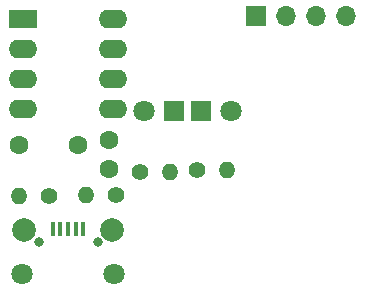
<source format=gbr>
%TF.GenerationSoftware,KiCad,Pcbnew,8.0.4*%
%TF.CreationDate,2024-09-21T16:19:46-07:00*%
%TF.ProjectId,solder_challenge_555,736f6c64-6572-45f6-9368-616c6c656e67,rev?*%
%TF.SameCoordinates,Original*%
%TF.FileFunction,Soldermask,Bot*%
%TF.FilePolarity,Negative*%
%FSLAX46Y46*%
G04 Gerber Fmt 4.6, Leading zero omitted, Abs format (unit mm)*
G04 Created by KiCad (PCBNEW 8.0.4) date 2024-09-21 16:19:46*
%MOMM*%
%LPD*%
G01*
G04 APERTURE LIST*
%ADD10C,1.400000*%
%ADD11O,1.400000X1.400000*%
%ADD12C,1.600000*%
%ADD13R,1.800000X1.800000*%
%ADD14C,1.800000*%
%ADD15R,1.700000X1.700000*%
%ADD16O,1.700000X1.700000*%
%ADD17C,0.800000*%
%ADD18R,0.450000X1.300000*%
%ADD19C,2.000000*%
%ADD20R,2.400000X1.600000*%
%ADD21O,2.400000X1.600000*%
G04 APERTURE END LIST*
D10*
%TO.C,R3*%
X131920000Y-52230000D03*
D11*
X134460000Y-52230000D03*
%TD*%
D12*
%TO.C,C1*%
X116890000Y-50100000D03*
X121890000Y-50100000D03*
%TD*%
D10*
%TO.C,R1*%
X125040000Y-54340000D03*
D11*
X122500000Y-54340000D03*
%TD*%
D12*
%TO.C,C2*%
X124450000Y-49700000D03*
X124450000Y-52200000D03*
%TD*%
D10*
%TO.C,R2*%
X119400000Y-54490000D03*
D11*
X116860000Y-54490000D03*
%TD*%
D13*
%TO.C,D4*%
X129960000Y-47260000D03*
D14*
X127420000Y-47260000D03*
%TD*%
D13*
%TO.C,D1*%
X132270000Y-47240000D03*
D14*
X134810000Y-47240000D03*
%TD*%
D10*
%TO.C,R13*%
X127090000Y-52380000D03*
D11*
X129630000Y-52380000D03*
%TD*%
D15*
%TO.C,J2*%
X136950000Y-39240000D03*
D16*
X139490000Y-39240000D03*
X142030000Y-39240000D03*
X144570000Y-39240000D03*
%TD*%
D17*
%TO.C,J1*%
X123520000Y-58340000D03*
X118520000Y-58340000D03*
D18*
X122320000Y-57240000D03*
X121670000Y-57240000D03*
X121020000Y-57240000D03*
X120370000Y-57240000D03*
X119720000Y-57240000D03*
D14*
X124895000Y-61090000D03*
D19*
X124745000Y-57290000D03*
X117295000Y-57290000D03*
D14*
X117145000Y-61090000D03*
%TD*%
D20*
%TO.C,U1*%
X117190000Y-39430000D03*
D21*
X117190000Y-41970000D03*
X117190000Y-44510000D03*
X117190000Y-47050000D03*
X124810000Y-47050000D03*
X124810000Y-44510000D03*
X124810000Y-41970000D03*
X124810000Y-39430000D03*
%TD*%
M02*

</source>
